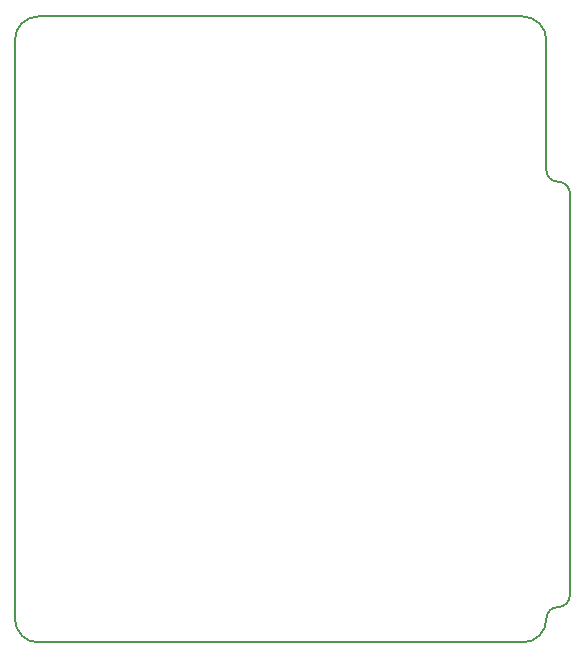
<source format=gko>
G04 #@! TF.GenerationSoftware,KiCad,Pcbnew,(5.1.10)-1*
G04 #@! TF.CreationDate,2021-10-24T19:50:33-07:00*
G04 #@! TF.ProjectId,project,70726f6a-6563-4742-9e6b-696361645f70,rev?*
G04 #@! TF.SameCoordinates,Original*
G04 #@! TF.FileFunction,Profile,NP*
%FSLAX46Y46*%
G04 Gerber Fmt 4.6, Leading zero omitted, Abs format (unit mm)*
G04 Created by KiCad (PCBNEW (5.1.10)-1) date 2021-10-24 19:50:33*
%MOMM*%
%LPD*%
G01*
G04 APERTURE LIST*
G04 #@! TA.AperFunction,Profile*
%ADD10C,0.150000*%
G04 #@! TD*
G04 APERTURE END LIST*
D10*
X179000000Y-93000000D02*
X179000000Y-82000000D01*
X181000000Y-129000000D02*
X181000000Y-95000000D01*
X180000000Y-130000000D02*
G75*
G03*
X179000000Y-131000000I0J-1000000D01*
G01*
X180000000Y-130000000D02*
G75*
G03*
X181000000Y-129000000I0J1000000D01*
G01*
X179000000Y-93000000D02*
G75*
G03*
X180000000Y-94000000I1000000J0D01*
G01*
X181000000Y-95000000D02*
G75*
G03*
X180000000Y-94000000I-1000000J0D01*
G01*
X136000000Y-80000000D02*
X177000000Y-80000000D01*
X134000000Y-131000000D02*
X134000000Y-82000000D01*
X177000000Y-133000000D02*
X136000000Y-133000000D01*
X177000000Y-133000000D02*
G75*
G03*
X179000000Y-131000000I0J2000000D01*
G01*
X134000000Y-131000000D02*
G75*
G03*
X136000000Y-133000000I2000000J0D01*
G01*
X136000000Y-80000000D02*
G75*
G03*
X134000000Y-82000000I0J-2000000D01*
G01*
X179000000Y-82000000D02*
G75*
G03*
X177000000Y-80000000I-2000000J0D01*
G01*
M02*

</source>
